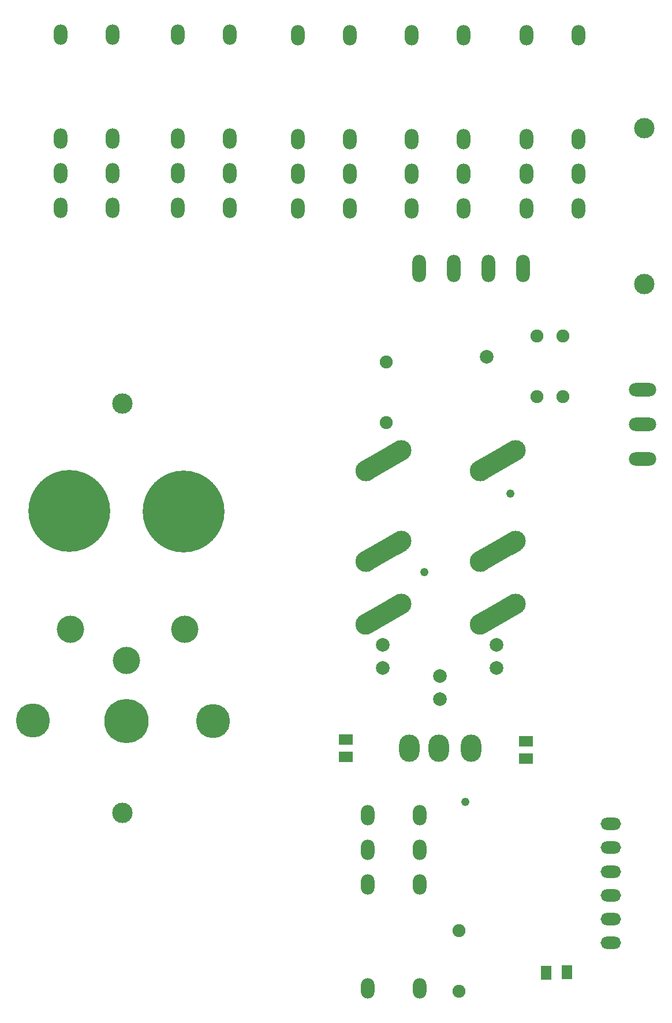
<source format=gbr>
%FSLAX23Y23*%
%MOIN*%
%AMT146*0 Bullet Pad at angle 120*21,1,0.11811,0.05906,0,0,120*%
%ADD146T146*%
%AMT147*0 Bullet Pad at angle 300*21,1,0.11811,0.05906,0,0,300*%
%ADD147T147*%
%ADD142O,0.11811X0.07087*%
%ADD22O,0.07874X0.11811*%
%ADD16O,0.07874X0.15748*%
%ADD143O,0.15748X0.07874*%
%ADD148O,0.11811X0.15748*%
%AMT145*0 Finger Pad at angle 120*1,1,0.11811,-0.10229,-0.05906*1,1,0.11811,0.10229,0.05906*21,1,0.11811,0.23622,0,0,120*%
%ADD145T145*%
%ADD88R,0.06000X0.08000*%
%ADD144R,0.08000X0.06000*%
%ADD149C,0.04800*%
%ADD155C,0.04803*%
%ADD141C,0.07500*%
%ADD91C,0.07874*%
%ADD100C,0.11811*%
%ADD26C,0.11811*%
%ADD98C,0.15748*%
%ADD139C,0.19685*%
%ADD140C,0.25591*%
%ADD138C,0.47244*%
X000Y000D02*
D02*
D16*
X2438Y4348D03*
X2638D03*
X2838D03*
X3038D03*
D02*
D22*
X368Y4697D03*
Y4898D03*
Y5098D03*
Y5697D03*
X668Y4697D03*
Y4898D03*
Y5098D03*
Y5697D03*
X1043Y4697D03*
Y4898D03*
Y5098D03*
Y5697D03*
X1343Y4697D03*
Y4898D03*
Y5098D03*
Y5697D03*
X1738Y4692D03*
Y4893D03*
Y5093D03*
Y5692D03*
X2038Y4692D03*
Y4893D03*
Y5093D03*
Y5692D03*
X2141Y190D03*
Y790D03*
Y990D03*
Y1190D03*
X2393Y4692D03*
Y4893D03*
Y5093D03*
Y5692D03*
X2441Y190D03*
Y790D03*
Y990D03*
Y1190D03*
X2693Y4692D03*
Y4893D03*
Y5093D03*
Y5692D03*
X3058Y4692D03*
Y4893D03*
Y5093D03*
Y5692D03*
X3358Y4692D03*
Y4893D03*
Y5093D03*
Y5692D03*
D02*
D26*
X3738Y4258D03*
Y5157D03*
D02*
D88*
X3169Y281D03*
X3291Y282D03*
D02*
D91*
X2228Y2041D03*
Y2174D03*
X2558Y1861D03*
Y1994D03*
X2828Y3837D03*
X2883Y2041D03*
Y2174D03*
D02*
D98*
X423Y2263D03*
X748Y2083D03*
X1083Y2263D03*
D02*
D100*
X723Y1202D03*
Y3567D03*
D02*
D138*
X418Y2947D03*
X1078Y2942D03*
D02*
D139*
X208Y1738D03*
X1248Y1732D03*
D02*
D140*
X746Y1735D03*
D02*
D141*
X2248Y3458D03*
Y3808D03*
X2668Y172D03*
Y522D03*
X3118Y3607D03*
Y3958D03*
X3268Y3607D03*
Y3958D03*
D02*
D142*
X3543Y452D03*
Y590D03*
Y728D03*
Y865D03*
Y1003D03*
Y1141D03*
D02*
D143*
X3727Y3248D03*
Y3448D03*
Y3648D03*
D02*
D144*
X2013Y1528D03*
Y1627D03*
X3053Y1518D03*
Y1617D03*
D02*
D145*
X2232Y2714D03*
Y3237D03*
X2232Y2351D03*
X2892Y2714D03*
Y3237D03*
X2892Y2351D03*
D02*
D146*
X2155Y2307D03*
D02*
D100*
X2130Y2292D03*
D02*
D146*
X2155Y2669D03*
D02*
D100*
X2130Y2655D03*
D02*
D146*
X2155Y3193D03*
D02*
D100*
X2130Y3178D03*
D02*
D146*
X2815Y2307D03*
D02*
D100*
X2790Y2292D03*
D02*
D146*
X2815Y2669D03*
D02*
D100*
X2790Y2655D03*
D02*
D146*
X2815Y3193D03*
D02*
D100*
X2790Y3178D03*
D02*
D147*
X2309Y2396D03*
D02*
D100*
X2334Y2410D03*
D02*
D147*
X2309Y2758D03*
D02*
D100*
X2334Y2773D03*
D02*
D147*
X2309Y3282D03*
D02*
D100*
X2334Y3296D03*
D02*
D147*
X2969Y2396D03*
D02*
D100*
X2994Y2410D03*
D02*
D147*
X2969Y2758D03*
D02*
D100*
X2994Y2773D03*
D02*
D147*
X2969Y3282D03*
D02*
D100*
X2994Y3296D03*
D02*
D148*
X2379Y1577D03*
X2552D03*
X2737D03*
D02*
D149*
X2468Y2592D03*
X2963Y3047D03*
D02*
D155*
X2703Y1268D03*
X000Y000D02*
M02*

</source>
